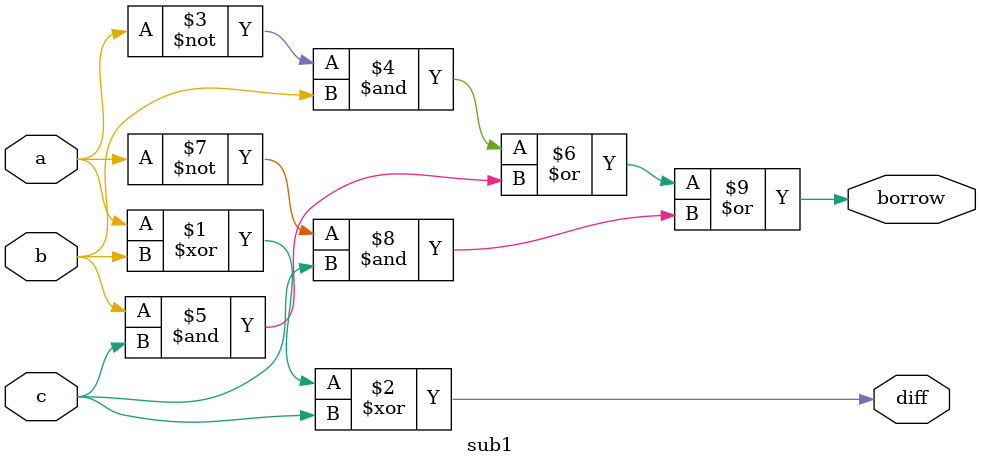
<source format=v>
`timescale 1ns / 1ps


module sub1(diff , borrow , a , b , c);
input a,b,c;
output diff , borrow;
wire diff , borrow;
assign diff = a^b^c;
assign borrow = (~a & b) | (b&c) | (~a & c);
endmodule

</source>
